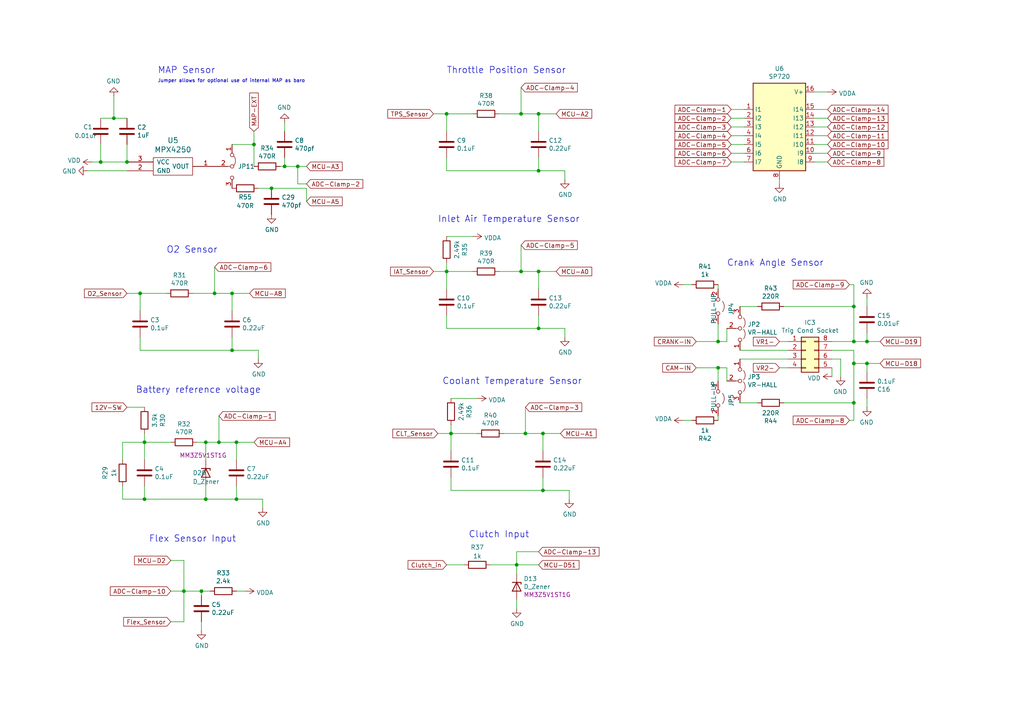
<source format=kicad_sch>
(kicad_sch (version 20210621) (generator eeschema)
  (paper "A4")
  (lib_symbols
    (symbol "Connector_Generic:Conn_02x04_Counter_Clockwise" (pin_names (offset 1.016) hide)
      (property "Reference" "J" (at 1.27 5.08 0))
      (property "Value" "Conn_02x04_Counter_Clockwise" (at 1.27 -7.62 0))
      (symbol "Conn_02x04_Counter_Clockwise_1_1"
        (rectangle (start -1.27 -4.953) (end 0 -5.207) (stroke (width 0.1524)))
        (rectangle (start -1.27 -2.413) (end 0 -2.667) (stroke (width 0.1524)))
        (rectangle (start -1.27 0.127) (end 0 -0.127) (stroke (width 0.1524)))
        (rectangle (start -1.27 2.667) (end 0 2.413) (stroke (width 0.1524)))
        (rectangle (start -1.27 3.81) (end 3.81 -6.35) (stroke (width 0.254)) (fill (type background)))
        (rectangle (start 3.81 -4.953) (end 2.54 -5.207) (stroke (width 0.1524)))
        (rectangle (start 3.81 -2.413) (end 2.54 -2.667) (stroke (width 0.1524)))
        (rectangle (start 3.81 0.127) (end 2.54 -0.127) (stroke (width 0.1524)))
        (rectangle (start 3.81 2.667) (end 2.54 2.413) (stroke (width 0.1524)))
        (pin passive line (at -5.08 2.54 0) (length 3.81) (name "Pin_1") (number "1"))
        (pin passive line (at -5.08 0 0) (length 3.81) (name "Pin_2") (number "2"))
        (pin passive line (at -5.08 -2.54 0) (length 3.81) (name "Pin_3") (number "3"))
        (pin passive line (at -5.08 -5.08 0) (length 3.81) (name "Pin_4") (number "4"))
        (pin passive line (at 7.62 -5.08 180) (length 3.81) (name "Pin_5") (number "5"))
        (pin passive line (at 7.62 -2.54 180) (length 3.81) (name "Pin_6") (number "6"))
        (pin passive line (at 7.62 0 180) (length 3.81) (name "Pin_7") (number "7"))
        (pin passive line (at 7.62 2.54 180) (length 3.81) (name "Pin_8") (number "8"))
      )
    )
    (symbol "Device:C" (pin_numbers hide) (pin_names (offset 0.254))
      (property "Reference" "C" (at 0.635 2.54 0))
      (property "Value" "C" (at 0.635 -2.54 0))
      (symbol "C_0_1"
        (polyline (pts (xy -2.032 -0.762) (xy 2.032 -0.762)) (stroke (width 0.508)))
        (polyline (pts (xy -2.032 0.762) (xy 2.032 0.762)) (stroke (width 0.508)))
      )
      (symbol "C_1_1"
        (pin passive line (at 0 3.81 270) (length 2.794) (name "~") (number "1"))
        (pin passive line (at 0 -3.81 90) (length 2.794) (name "~") (number "2"))
      )
    )
    (symbol "Device:D_Zener" (pin_numbers hide) (pin_names (offset 1.016) hide)
      (property "Reference" "D" (at 0 2.54 0))
      (property "Value" "D_Zener" (at 0 -2.54 0))
      (symbol "D_Zener_0_1"
        (polyline (pts (xy 1.27 0) (xy -1.27 0)))
        (polyline (pts (xy -1.27 -1.27) (xy -1.27 1.27) (xy -0.762 1.27)) (stroke (width 0.254)))
        (polyline (pts (xy 1.27 -1.27) (xy 1.27 1.27) (xy -1.27 0) (xy 1.27 -1.27)) (stroke (width 0.254)))
      )
      (symbol "D_Zener_1_1"
        (pin passive line (at -3.81 0 0) (length 2.54) (name "K") (number "1"))
        (pin passive line (at 3.81 0 180) (length 2.54) (name "A") (number "2"))
      )
    )
    (symbol "Device:R" (pin_numbers hide) (pin_names (offset 0))
      (property "Reference" "R" (at 2.032 0 90))
      (property "Value" "R" (at 0 0 90))
      (symbol "R_0_1"
        (rectangle (start -1.016 -2.54) (end 1.016 2.54) (stroke (width 0.254)))
      )
      (symbol "R_1_1"
        (pin passive line (at 0 3.81 270) (length 1.27) (name "~") (number "1"))
        (pin passive line (at 0 -3.81 90) (length 1.27) (name "~") (number "2"))
      )
    )
    (symbol "IC_Automotive:SP720"
      (property "Reference" "U" (at 0 15.875 0))
      (property "Value" "IC_Automotive_SP720" (at 0 13.97 0))
      (symbol "SP720_0_1"
        (rectangle (start -7.62 -12.7) (end 7.62 12.7) (stroke (width 0.254)) (fill (type background)))
      )
      (symbol "SP720_1_1"
        (pin input line (at -10.16 5.08 0) (length 2.54) (name "I1") (number "1"))
        (pin input line (at 10.16 -7.62 180) (length 2.54) (name "I9") (number "10"))
        (pin input line (at 10.16 -5.08 180) (length 2.54) (name "I10") (number "11"))
        (pin input line (at 10.16 -2.54 180) (length 2.54) (name "I11") (number "12"))
        (pin input line (at 10.16 0 180) (length 2.54) (name "I12") (number "13"))
        (pin open_collector line (at 10.16 2.54 180) (length 2.54) (name "I13") (number "14"))
        (pin input line (at 10.16 5.08 180) (length 2.54) (name "I14") (number "15"))
        (pin power_in line (at 10.16 10.16 180) (length 2.54) (name "V+") (number "16"))
        (pin input line (at -10.16 2.54 0) (length 2.54) (name "I2") (number "2"))
        (pin input line (at -10.16 0 0) (length 2.54) (name "I3") (number "3"))
        (pin input line (at -10.16 -2.54 0) (length 2.54) (name "I4") (number "4"))
        (pin input line (at -10.16 -5.08 0) (length 2.54) (name "I5") (number "5"))
        (pin input line (at -10.16 -7.62 0) (length 2.54) (name "I6") (number "6"))
        (pin input line (at -10.16 -10.16 0) (length 2.54) (name "I7") (number "7"))
        (pin power_in line (at 0 -15.24 90) (length 2.54) (name "GND") (number "8"))
        (pin input line (at 10.16 -10.16 180) (length 2.54) (name "I8") (number "9"))
      )
    )
    (symbol "Jumper:Jumper_2_Open" (pin_names (offset 0) hide)
      (property "Reference" "JP" (at 0 2.794 0))
      (property "Value" "Jumper_2_Open" (at 0 -2.286 0))
      (symbol "Jumper_2_Open_0_0"
        (circle (center -2.032 0) (radius 0.508))
        (circle (center 2.032 0) (radius 0.508))
      )
      (symbol "Jumper_2_Open_0_1"
        (arc (start 1.524 1.27) (mid 0 1.778) (end -1.524 1.27))
      )
      (symbol "Jumper_2_Open_1_1"
        (pin passive line (at -5.08 0 0) (length 2.54) (name "A") (number "1"))
        (pin passive line (at 5.08 0 180) (length 2.54) (name "B") (number "2"))
      )
    )
    (symbol "Jumper:Jumper_3_Bridged12" (pin_names (offset 0) hide)
      (property "Reference" "JP" (at -2.54 -2.54 0))
      (property "Value" "Jumper_3_Bridged12" (at 0 2.794 0))
      (symbol "Jumper_3_Bridged12_0_0"
        (circle (center -3.302 0) (radius 0.508))
        (circle (center 0 0) (radius 0.508))
        (circle (center 3.302 0) (radius 0.508))
      )
      (symbol "Jumper_3_Bridged12_0_1"
        (arc (start -0.254 0.508) (mid -1.651 0.9912) (end -3.048 0.508))
        (polyline (pts (xy 0 -1.27) (xy 0 -0.508)))
      )
      (symbol "Jumper_3_Bridged12_1_1"
        (pin passive line (at -6.35 0 0) (length 2.54) (name "A") (number "1"))
        (pin input line (at 0 -3.81 90) (length 2.54) (name "C") (number "2"))
        (pin passive line (at 6.35 0 180) (length 2.54) (name "B") (number "3"))
      )
    )
    (symbol "Jumper:Jumper_3_Open" (pin_names (offset 0) hide)
      (property "Reference" "JP" (at -2.54 -2.54 0))
      (property "Value" "Jumper_3_Open" (at 0 2.794 0))
      (symbol "Jumper_3_Open_0_0"
        (circle (center -3.302 0) (radius 0.508))
        (circle (center 0 0) (radius 0.508))
        (circle (center 3.302 0) (radius 0.508))
      )
      (symbol "Jumper_3_Open_0_1"
        (arc (start -0.254 1.016) (mid -1.651 1.4992) (end -3.048 1.016))
        (polyline (pts (xy 0 -0.508) (xy 0 -1.27)))
        (arc (start 3.048 1.016) (mid 1.651 1.4992) (end 0.254 1.016))
      )
      (symbol "Jumper_3_Open_1_1"
        (pin passive line (at -6.35 0 0) (length 2.54) (name "A") (number "1"))
        (pin input line (at 0 -3.81 90) (length 2.54) (name "C") (number "2"))
        (pin passive line (at 6.35 0 180) (length 2.54) (name "B") (number "3"))
      )
    )
    (symbol "Misc:MPX4250" (pin_names (offset 1.016))
      (property "Reference" "U" (at 3.81 -3.81 0))
      (property "Value" "Misc_MPX4250" (at -1.27 3.81 0))
      (symbol "MPX4250_0_1"
        (rectangle (start -6.35 2.54) (end 5.08 -2.54))
      )
      (symbol "MPX4250_1_1"
        (pin output line (at 12.7 0 180) (length 7.62) (name "VOUT") (number "1"))
        (pin power_in line (at -13.97 -1.27 0) (length 7.62) (name "GND") (number "2"))
        (pin power_in line (at -13.97 1.27 0) (length 7.62) (name "VCC") (number "3"))
      )
    )
    (symbol "power:GND" (power) (pin_names (offset 0))
      (property "Value" "GND" (at 0 -3.81 0))
      (symbol "GND_0_1"
        (polyline (pts (xy 0 0) (xy 0 -1.27) (xy 1.27 -1.27) (xy 0 -2.54) (xy -1.27 -1.27) (xy 0 -1.27)))
      )
      (symbol "GND_1_1"
        (pin power_in line (at 0 0 270) (length 0) hide (name "GND") (number "1"))
      )
    )
    (symbol "power:VDD" (power) (pin_names (offset 0))
      (property "Value" "VDD" (at 0 3.81 0))
      (symbol "VDD_0_1"
        (polyline (pts (xy -0.762 1.27) (xy 0 2.54)))
        (polyline (pts (xy 0 0) (xy 0 2.54)))
        (polyline (pts (xy 0 2.54) (xy 0.762 1.27)))
      )
      (symbol "VDD_1_1"
        (pin power_in line (at 0 0 90) (length 0) hide (name "VDD") (number "1"))
      )
    )
    (symbol "power:VDDA" (power) (pin_names (offset 0))
      (property "Value" "VDDA" (at 0 3.81 0))
      (symbol "VDDA_0_1"
        (polyline (pts (xy -0.762 1.27) (xy 0 2.54)))
        (polyline (pts (xy 0 0) (xy 0 2.54)))
        (polyline (pts (xy 0 2.54) (xy 0.762 1.27)))
      )
      (symbol "VDDA_1_1"
        (pin power_in line (at 0 0 90) (length 0) hide (name "VDDA") (number "1"))
      )
    )
  )
  (junction (at 36.83 46.99))
  (junction (at 152.4 125.73))
  (junction (at 156.21 49.53))
  (junction (at 40.64 85.09))
  (junction (at 149.86 163.83))
  (junction (at 58.42 171.45))
  (junction (at 53.34 171.45))
  (junction (at 247.65 88.9))
  (junction (at 33.02 34.29))
  (junction (at 59.69 144.78))
  (junction (at 157.48 125.73))
  (junction (at 156.21 95.25))
  (junction (at 82.55 48.26))
  (junction (at 251.46 99.06))
  (junction (at 62.23 85.09))
  (junction (at 247.65 105.41))
  (junction (at 86.36 48.26))
  (junction (at 78.74 54.61))
  (junction (at 129.54 33.02))
  (junction (at 130.81 125.73))
  (junction (at 157.48 142.24))
  (junction (at 41.91 128.27))
  (junction (at 41.91 144.78))
  (junction (at 68.58 128.27))
  (junction (at 251.46 105.41))
  (junction (at 59.69 128.27))
  (junction (at 29.21 46.99))
  (junction (at 208.28 106.68))
  (junction (at 156.21 33.02))
  (junction (at 68.58 144.78))
  (junction (at 129.54 78.74))
  (junction (at 156.21 78.74))
  (junction (at 151.13 33.02))
  (junction (at 67.31 85.09))
  (junction (at 67.31 101.6))
  (junction (at 247.65 99.06))
  (junction (at 208.28 99.06))
  (junction (at 63.5 128.27))
  (junction (at 73.66 41.91))
  (junction (at 247.65 116.84))
  (junction (at 151.13 78.74))
  (wire (pts (xy 215.9 34.29) (xy 212.09 34.29)))
  (wire (pts (xy 62.23 77.47) (xy 62.23 85.09)))
  (wire (pts (xy 215.9 44.45) (xy 212.09 44.45)))
  (wire (pts (xy 156.21 78.74) (xy 156.21 83.82)))
  (wire (pts (xy 236.22 44.45) (xy 240.03 44.45)))
  (wire (pts (xy 125.73 33.02) (xy 129.54 33.02)))
  (wire (pts (xy 247.65 105.41) (xy 247.65 101.6)))
  (wire (pts (xy 227.33 88.9) (xy 247.65 88.9)))
  (wire (pts (xy 149.86 160.02) (xy 149.86 163.83)))
  (wire (pts (xy 149.86 176.53) (xy 149.86 173.99)))
  (wire (pts (xy 227.33 116.84) (xy 247.65 116.84)))
  (wire (pts (xy 247.65 82.55) (xy 247.65 88.9)))
  (wire (pts (xy 130.81 130.81) (xy 130.81 125.73)))
  (wire (pts (xy 161.29 78.74) (xy 156.21 78.74)))
  (wire (pts (xy 157.48 142.24) (xy 165.1 142.24)))
  (wire (pts (xy 212.09 31.75) (xy 215.9 31.75)))
  (wire (pts (xy 127 125.73) (xy 130.81 125.73)))
  (wire (pts (xy 243.84 104.14) (xy 243.84 109.22)))
  (wire (pts (xy 151.13 33.02) (xy 156.21 33.02)))
  (wire (pts (xy 73.66 41.91) (xy 73.66 48.26)))
  (wire (pts (xy 73.66 128.27) (xy 68.58 128.27)))
  (wire (pts (xy 240.03 46.99) (xy 236.22 46.99)))
  (wire (pts (xy 49.53 162.56) (xy 53.34 162.56)))
  (wire (pts (xy 247.65 105.41) (xy 251.46 105.41)))
  (wire (pts (xy 76.2 144.78) (xy 76.2 147.32)))
  (wire (pts (xy 129.54 49.53) (xy 156.21 49.53)))
  (wire (pts (xy 129.54 33.02) (xy 137.16 33.02)))
  (wire (pts (xy 226.06 106.68) (xy 228.6 106.68)))
  (wire (pts (xy 208.28 93.98) (xy 208.28 99.06)))
  (wire (pts (xy 129.54 38.1) (xy 129.54 33.02)))
  (wire (pts (xy 240.03 31.75) (xy 236.22 31.75)))
  (wire (pts (xy 40.64 97.79) (xy 40.64 101.6)))
  (wire (pts (xy 241.3 99.06) (xy 247.65 99.06)))
  (wire (pts (xy 35.56 140.97) (xy 35.56 144.78)))
  (wire (pts (xy 251.46 99.06) (xy 251.46 96.52)))
  (wire (pts (xy 36.83 46.99) (xy 36.83 41.91)))
  (wire (pts (xy 68.58 128.27) (xy 68.58 133.35)))
  (wire (pts (xy 53.34 180.34) (xy 53.34 171.45)))
  (wire (pts (xy 149.86 166.37) (xy 149.86 163.83)))
  (wire (pts (xy 73.66 38.1) (xy 73.66 41.91)))
  (wire (pts (xy 247.65 116.84) (xy 247.65 105.41)))
  (wire (pts (xy 198.12 82.55) (xy 200.66 82.55)))
  (wire (pts (xy 226.06 99.06) (xy 228.6 99.06)))
  (wire (pts (xy 26.67 46.99) (xy 29.21 46.99)))
  (wire (pts (xy 156.21 160.02) (xy 149.86 160.02)))
  (wire (pts (xy 41.91 128.27) (xy 49.53 128.27)))
  (wire (pts (xy 58.42 182.88) (xy 58.42 180.34)))
  (wire (pts (xy 63.5 120.65) (xy 63.5 128.27)))
  (wire (pts (xy 58.42 172.72) (xy 58.42 171.45)))
  (wire (pts (xy 67.31 41.91) (xy 73.66 41.91)))
  (wire (pts (xy 251.46 118.11) (xy 251.46 115.57)))
  (wire (pts (xy 67.31 85.09) (xy 67.31 90.17)))
  (wire (pts (xy 255.27 99.06) (xy 251.46 99.06)))
  (wire (pts (xy 137.16 68.58) (xy 129.54 68.58)))
  (wire (pts (xy 86.36 53.34) (xy 86.36 48.26)))
  (wire (pts (xy 151.13 25.4) (xy 151.13 33.02)))
  (wire (pts (xy 241.3 104.14) (xy 243.84 104.14)))
  (wire (pts (xy 201.93 106.68) (xy 208.28 106.68)))
  (wire (pts (xy 208.28 106.68) (xy 210.82 106.68)))
  (wire (pts (xy 208.28 82.55) (xy 208.28 83.82)))
  (wire (pts (xy 214.63 88.9) (xy 219.71 88.9)))
  (wire (pts (xy 212.09 36.83) (xy 215.9 36.83)))
  (wire (pts (xy 68.58 140.97) (xy 68.58 144.78)))
  (wire (pts (xy 59.69 144.78) (xy 68.58 144.78)))
  (wire (pts (xy 246.38 82.55) (xy 247.65 82.55)))
  (wire (pts (xy 130.81 125.73) (xy 138.43 125.73)))
  (wire (pts (xy 59.69 140.97) (xy 59.69 144.78)))
  (wire (pts (xy 59.69 133.35) (xy 59.69 128.27)))
  (wire (pts (xy 208.28 110.49) (xy 208.28 106.68)))
  (wire (pts (xy 129.54 95.25) (xy 156.21 95.25)))
  (wire (pts (xy 240.03 36.83) (xy 236.22 36.83)))
  (wire (pts (xy 156.21 49.53) (xy 163.83 49.53)))
  (wire (pts (xy 201.93 99.06) (xy 208.28 99.06)))
  (wire (pts (xy 240.03 41.91) (xy 236.22 41.91)))
  (wire (pts (xy 156.21 91.44) (xy 156.21 95.25)))
  (wire (pts (xy 129.54 45.72) (xy 129.54 49.53)))
  (wire (pts (xy 156.21 33.02) (xy 156.21 38.1)))
  (wire (pts (xy 35.56 133.35) (xy 35.56 128.27)))
  (wire (pts (xy 62.23 85.09) (xy 67.31 85.09)))
  (wire (pts (xy 214.63 101.6) (xy 228.6 101.6)))
  (wire (pts (xy 130.81 123.19) (xy 130.81 125.73)))
  (wire (pts (xy 247.65 121.92) (xy 247.65 116.84)))
  (wire (pts (xy 59.69 128.27) (xy 63.5 128.27)))
  (wire (pts (xy 58.42 171.45) (xy 53.34 171.45)))
  (wire (pts (xy 162.56 125.73) (xy 157.48 125.73)))
  (wire (pts (xy 82.55 48.26) (xy 86.36 48.26)))
  (wire (pts (xy 152.4 125.73) (xy 157.48 125.73)))
  (wire (pts (xy 163.83 49.53) (xy 163.83 52.07)))
  (wire (pts (xy 40.64 85.09) (xy 48.26 85.09)))
  (wire (pts (xy 82.55 48.26) (xy 82.55 45.72)))
  (wire (pts (xy 226.06 53.34) (xy 226.06 52.07)))
  (wire (pts (xy 151.13 78.74) (xy 156.21 78.74)))
  (wire (pts (xy 88.9 53.34) (xy 86.36 53.34)))
  (wire (pts (xy 41.91 125.73) (xy 41.91 128.27)))
  (wire (pts (xy 129.54 78.74) (xy 137.16 78.74)))
  (wire (pts (xy 149.86 163.83) (xy 156.21 163.83)))
  (wire (pts (xy 41.91 144.78) (xy 59.69 144.78)))
  (wire (pts (xy 156.21 45.72) (xy 156.21 49.53)))
  (wire (pts (xy 240.03 26.67) (xy 236.22 26.67)))
  (wire (pts (xy 29.21 34.29) (xy 33.02 34.29)))
  (wire (pts (xy 210.82 106.68) (xy 210.82 110.49)))
  (wire (pts (xy 25.4 49.53) (xy 36.83 49.53)))
  (wire (pts (xy 251.46 105.41) (xy 251.46 107.95)))
  (wire (pts (xy 219.71 116.84) (xy 214.63 116.84)))
  (wire (pts (xy 40.64 90.17) (xy 40.64 85.09)))
  (wire (pts (xy 60.96 171.45) (xy 58.42 171.45)))
  (wire (pts (xy 198.12 121.92) (xy 200.66 121.92)))
  (wire (pts (xy 130.81 138.43) (xy 130.81 142.24)))
  (wire (pts (xy 36.83 85.09) (xy 40.64 85.09)))
  (wire (pts (xy 157.48 125.73) (xy 157.48 130.81)))
  (wire (pts (xy 247.65 88.9) (xy 247.65 99.06)))
  (wire (pts (xy 74.93 54.61) (xy 78.74 54.61)))
  (wire (pts (xy 144.78 78.74) (xy 151.13 78.74)))
  (wire (pts (xy 29.21 46.99) (xy 29.21 41.91)))
  (wire (pts (xy 29.21 46.99) (xy 36.83 46.99)))
  (wire (pts (xy 68.58 144.78) (xy 76.2 144.78)))
  (wire (pts (xy 35.56 128.27) (xy 41.91 128.27)))
  (wire (pts (xy 152.4 118.11) (xy 152.4 125.73)))
  (wire (pts (xy 215.9 39.37) (xy 212.09 39.37)))
  (wire (pts (xy 146.05 125.73) (xy 152.4 125.73)))
  (wire (pts (xy 247.65 101.6) (xy 241.3 101.6)))
  (wire (pts (xy 144.78 33.02) (xy 151.13 33.02)))
  (wire (pts (xy 81.28 48.26) (xy 82.55 48.26)))
  (wire (pts (xy 165.1 142.24) (xy 165.1 144.78)))
  (wire (pts (xy 125.73 78.74) (xy 129.54 78.74)))
  (wire (pts (xy 74.93 101.6) (xy 74.93 104.14)))
  (wire (pts (xy 40.64 101.6) (xy 67.31 101.6)))
  (wire (pts (xy 212.09 46.99) (xy 215.9 46.99)))
  (wire (pts (xy 55.88 85.09) (xy 62.23 85.09)))
  (wire (pts (xy 236.22 34.29) (xy 240.03 34.29)))
  (wire (pts (xy 41.91 133.35) (xy 41.91 128.27)))
  (wire (pts (xy 129.54 76.2) (xy 129.54 78.74)))
  (wire (pts (xy 251.46 86.36) (xy 251.46 88.9)))
  (wire (pts (xy 33.02 34.29) (xy 36.83 34.29)))
  (wire (pts (xy 156.21 95.25) (xy 163.83 95.25)))
  (wire (pts (xy 33.02 34.29) (xy 33.02 27.94)))
  (wire (pts (xy 142.24 163.83) (xy 149.86 163.83)))
  (wire (pts (xy 151.13 71.12) (xy 151.13 78.74)))
  (wire (pts (xy 129.54 163.83) (xy 134.62 163.83)))
  (wire (pts (xy 82.55 38.1) (xy 82.55 35.56)))
  (wire (pts (xy 157.48 138.43) (xy 157.48 142.24)))
  (wire (pts (xy 236.22 39.37) (xy 240.03 39.37)))
  (wire (pts (xy 67.31 101.6) (xy 74.93 101.6)))
  (wire (pts (xy 210.82 99.06) (xy 210.82 95.25)))
  (wire (pts (xy 53.34 171.45) (xy 49.53 171.45)))
  (wire (pts (xy 163.83 95.25) (xy 163.83 97.79)))
  (wire (pts (xy 41.91 140.97) (xy 41.91 144.78)))
  (wire (pts (xy 129.54 91.44) (xy 129.54 95.25)))
  (wire (pts (xy 247.65 99.06) (xy 251.46 99.06)))
  (wire (pts (xy 255.27 105.41) (xy 251.46 105.41)))
  (wire (pts (xy 130.81 142.24) (xy 157.48 142.24)))
  (wire (pts (xy 129.54 83.82) (xy 129.54 78.74)))
  (wire (pts (xy 241.3 106.68) (xy 241.3 109.22)))
  (wire (pts (xy 53.34 162.56) (xy 53.34 171.45)))
  (wire (pts (xy 212.09 41.91) (xy 215.9 41.91)))
  (wire (pts (xy 36.83 118.11) (xy 41.91 118.11)))
  (wire (pts (xy 49.53 180.34) (xy 53.34 180.34)))
  (wire (pts (xy 246.38 121.92) (xy 247.65 121.92)))
  (wire (pts (xy 57.15 128.27) (xy 59.69 128.27)))
  (wire (pts (xy 88.9 54.61) (xy 78.74 54.61)))
  (wire (pts (xy 208.28 120.65) (xy 208.28 121.92)))
  (wire (pts (xy 86.36 48.26) (xy 88.9 48.26)))
  (wire (pts (xy 35.56 144.78) (xy 41.91 144.78)))
  (wire (pts (xy 63.5 128.27) (xy 68.58 128.27)))
  (wire (pts (xy 214.63 104.14) (xy 228.6 104.14)))
  (wire (pts (xy 67.31 97.79) (xy 67.31 101.6)))
  (wire (pts (xy 208.28 99.06) (xy 210.82 99.06)))
  (wire (pts (xy 88.9 58.42) (xy 88.9 54.61)))
  (wire (pts (xy 161.29 33.02) (xy 156.21 33.02)))
  (wire (pts (xy 72.39 85.09) (xy 67.31 85.09)))
  (wire (pts (xy 138.43 115.57) (xy 130.81 115.57)))
  (wire (pts (xy 68.58 171.45) (xy 71.12 171.45)))
  (text "Flex Sensor Input" (at 43.18 157.48 0) (effects (font (size 1.8796 1.8796)) (justify left bottom)))
  (text "Coolant Temperature Sensor" (at 128.27 111.76 0) (effects (font (size 1.8796 1.8796)) (justify left bottom)))
  (text "Battery reference voltage" (at 39.37 114.3 0) (effects (font (size 1.8796 1.8796)) (justify left bottom)))
  (text "Jumper allows for optional use of internal MAP as baro" (at 45.72 24.13 0) (effects (font (size 0.9906 0.9906)) (justify left bottom)))
  (text "Crank Angle Sensor" (at 210.82 77.47 0) (effects (font (size 1.8796 1.8796)) (justify left bottom)))
  (text "MAP Sensor" (at 45.72 21.59 0) (effects (font (size 1.8796 1.8796)) (justify left bottom)))
  (text "Clutch Input" (at 135.89 156.21 0) (effects (font (size 1.8796 1.8796)) (justify left bottom)))
  (text "Throttle Position Sensor" (at 129.54 21.59 0) (effects (font (size 1.8796 1.8796)) (justify left bottom)))
  (text "O2 Sensor" (at 48.26 73.66 0) (effects (font (size 1.8796 1.8796)) (justify left bottom)))
  (text "Inlet Air Temperature Sensor" (at 127 64.77 0) (effects (font (size 1.8796 1.8796)) (justify left bottom)))
  (global_label "MCU-D51" (shape input) (at 156.21 163.83 0) (property "Intersheet References" "${INTERSHEET_REFS}" (effects hide)))
  (global_label "ADC-Clamp-1" (shape input) (at 63.5 120.65 0) (property "Intersheet References" "${INTERSHEET_REFS}" (effects hide)))
  (global_label "ADC-Clamp-7" (shape input) (at 212.09 46.99 180) (property "Intersheet References" "${INTERSHEET_REFS}" (effects hide)))
  (global_label "ADC-Clamp-12" (shape input) (at 240.03 36.83 0) (property "Intersheet References" "${INTERSHEET_REFS}" (effects hide)))
  (global_label "ADC-Clamp-3" (shape input) (at 152.4 118.11 0) (property "Intersheet References" "${INTERSHEET_REFS}" (effects hide)))
  (global_label "ADC-Clamp-4" (shape input) (at 151.13 25.4 0) (property "Intersheet References" "${INTERSHEET_REFS}" (effects hide)))
  (global_label "ADC-Clamp-9" (shape input) (at 246.38 82.55 180) (property "Intersheet References" "${INTERSHEET_REFS}" (effects hide)))
  (global_label "MCU-A0" (shape input) (at 161.29 78.74 0) (property "Intersheet References" "${INTERSHEET_REFS}" (effects hide)))
  (global_label "ADC-Clamp-3" (shape input) (at 212.09 36.83 180) (property "Intersheet References" "${INTERSHEET_REFS}" (effects hide)))
  (global_label "MCU-D2" (shape input) (at 49.53 162.56 180) (property "Intersheet References" "${INTERSHEET_REFS}" (effects hide)))
  (global_label "12V-SW" (shape input) (at 36.83 118.11 180) (property "Intersheet References" "${INTERSHEET_REFS}" (effects hide)))
  (global_label "ADC-Clamp-10" (shape input) (at 49.53 171.45 180) (property "Intersheet References" "${INTERSHEET_REFS}" (effects hide)))
  (global_label "ADC-Clamp-13" (shape input) (at 240.03 34.29 0) (property "Intersheet References" "${INTERSHEET_REFS}" (effects hide)))
  (global_label "MCU-A3" (shape input) (at 88.9 48.26 0) (property "Intersheet References" "${INTERSHEET_REFS}" (effects hide)))
  (global_label "ADC-Clamp-11" (shape input) (at 240.03 39.37 0) (property "Intersheet References" "${INTERSHEET_REFS}" (effects hide)))
  (global_label "ADC-Clamp-4" (shape input) (at 212.09 39.37 180) (property "Intersheet References" "${INTERSHEET_REFS}" (effects hide)))
  (global_label "CAM-IN" (shape input) (at 201.93 106.68 180) (property "Intersheet References" "${INTERSHEET_REFS}" (effects hide)))
  (global_label "ADC-Clamp-8" (shape input) (at 240.03 46.99 0) (property "Intersheet References" "${INTERSHEET_REFS}" (effects hide)))
  (global_label "Flex_Sensor" (shape input) (at 49.53 180.34 180) (property "Intersheet References" "${INTERSHEET_REFS}" (effects hide)))
  (global_label "ADC-Clamp-2" (shape input) (at 212.09 34.29 180) (property "Intersheet References" "${INTERSHEET_REFS}" (effects hide)))
  (global_label "ADC-Clamp-1" (shape input) (at 212.09 31.75 180) (property "Intersheet References" "${INTERSHEET_REFS}" (effects hide)))
  (global_label "MCU-D18" (shape input) (at 255.27 105.41 0) (property "Intersheet References" "${INTERSHEET_REFS}" (effects hide)))
  (global_label "ADC-Clamp-10" (shape input) (at 240.03 41.91 0) (property "Intersheet References" "${INTERSHEET_REFS}" (effects hide)))
  (global_label "ADC-Clamp-5" (shape input) (at 212.09 41.91 180) (property "Intersheet References" "${INTERSHEET_REFS}" (effects hide)))
  (global_label "TPS_Sensor" (shape input) (at 125.73 33.02 180) (property "Intersheet References" "${INTERSHEET_REFS}" (effects hide)))
  (global_label "MAP-EXT" (shape input) (at 73.66 38.1 90) (property "Intersheet References" "${INTERSHEET_REFS}" (effects hide)))
  (global_label "ADC-Clamp-14" (shape input) (at 240.03 31.75 0) (property "Intersheet References" "${INTERSHEET_REFS}" (effects hide)))
  (global_label "ADC-Clamp-13" (shape input) (at 156.21 160.02 0) (property "Intersheet References" "${INTERSHEET_REFS}" (effects hide)))
  (global_label "Clutch_in" (shape input) (at 129.54 163.83 180) (property "Intersheet References" "${INTERSHEET_REFS}" (effects hide)))
  (global_label "O2_Sensor" (shape input) (at 36.83 85.09 180) (property "Intersheet References" "${INTERSHEET_REFS}" (effects hide)))
  (global_label "IAT_Sensor" (shape input) (at 125.73 78.74 180) (property "Intersheet References" "${INTERSHEET_REFS}" (effects hide)))
  (global_label "ADC-Clamp-6" (shape input) (at 212.09 44.45 180) (property "Intersheet References" "${INTERSHEET_REFS}" (effects hide)))
  (global_label "CRANK-IN" (shape input) (at 201.93 99.06 180) (property "Intersheet References" "${INTERSHEET_REFS}" (effects hide)))
  (global_label "ADC-Clamp-8" (shape input) (at 246.38 121.92 180) (property "Intersheet References" "${INTERSHEET_REFS}" (effects hide)))
  (global_label "MCU-A5" (shape input) (at 88.9 58.42 0) (property "Intersheet References" "${INTERSHEET_REFS}" (effects hide)))
  (global_label "ADC-Clamp-2" (shape input) (at 88.9 53.34 0) (property "Intersheet References" "${INTERSHEET_REFS}" (effects hide)))
  (global_label "VR1-" (shape input) (at 226.06 99.06 180) (property "Intersheet References" "${INTERSHEET_REFS}" (effects hide)))
  (global_label "MCU-A2" (shape input) (at 161.29 33.02 0) (property "Intersheet References" "${INTERSHEET_REFS}" (effects hide)))
  (global_label "ADC-Clamp-6" (shape input) (at 62.23 77.47 0) (property "Intersheet References" "${INTERSHEET_REFS}" (effects hide)))
  (global_label "VR2-" (shape input) (at 226.06 106.68 180) (property "Intersheet References" "${INTERSHEET_REFS}" (effects hide)))
  (global_label "MCU-A1" (shape input) (at 162.56 125.73 0) (property "Intersheet References" "${INTERSHEET_REFS}" (effects hide)))
  (global_label "CLT_Sensor" (shape input) (at 127 125.73 180) (property "Intersheet References" "${INTERSHEET_REFS}" (effects hide)))
  (global_label "MCU-A8" (shape input) (at 72.39 85.09 0) (property "Intersheet References" "${INTERSHEET_REFS}" (effects hide)))
  (global_label "ADC-Clamp-9" (shape input) (at 240.03 44.45 0) (property "Intersheet References" "${INTERSHEET_REFS}" (effects hide)))
  (global_label "MCU-A4" (shape input) (at 73.66 128.27 0) (property "Intersheet References" "${INTERSHEET_REFS}" (effects hide)))
  (global_label "ADC-Clamp-5" (shape input) (at 151.13 71.12 0) (property "Intersheet References" "${INTERSHEET_REFS}" (effects hide)))
  (global_label "MCU-D19" (shape input) (at 255.27 99.06 0) (property "Intersheet References" "${INTERSHEET_REFS}" (effects hide)))
  (symbol (lib_id "Misc:MPX4250") (at 50.8 48.26 0)
    (property "Reference" "U5" (at 50.165 40.7162 0) (effects (font (size 1.524 1.524))))
    (property "Value" "MPX4250" (at 50.165 43.4086 0) (effects (font (size 1.524 1.524))))
    (property "Footprint" "Misc:MPX4250" (effects hide))
    (property "Digikey Part Number" "MPX4250AP-ND" (effects hide))
    (property "Manufacturer_Name" "NXP" (effects hide))
    (property "Manufacturer_Part_Number" "MPX4250AP" (effects hide))
    (property "URL" "https://www.digikey.com.au/product-detail/en/nxp-usa-inc/MPX4250AP/MPX4250AP-ND/464053" (effects hide))
  )
  (symbol (lib_id "power:GND") (at 25.4 49.53 270) (unit 1)
    (property "Reference" "#PWR023" (effects hide))
    (property "Value" "GND" (at 22.1488 49.657 90) (effects (justify right)))
  )
  (symbol (lib_id "power:GND") (at 82.55 35.56 180) (unit 1)
    (property "Reference" "#PWR029" (effects hide))
    (property "Value" "GND" (at 82.423 31.1658 0))
  )
  (symbol (lib_id "Device:C") (at 82.55 41.91 0) (unit 1)
    (property "Reference" "C8" (at 85.471 40.7416 0) (effects (justify left)))
    (property "Value" "470pf" (at 85.471 43.053 0) (effects (justify left)))
    (property "Footprint" "Capacitor_SMD:C_0805_2012Metric" (effects hide))
    (property "Digikey Part Number" "311-1124-1-ND" (effects hide))
    (property "Manufacturer_Name" "Yageo" (effects hide))
    (property "Manufacturer_Part_Number" "CC0805KRX7R9BB471" (effects hide))
    (property "URL" "https://www.digikey.com/product-detail/en/yageo/CC0805KRX7R9BB471/311-1124-1-ND/303034" (effects hide))
  )
  (symbol (lib_id "Device:R") (at 77.47 48.26 270) (unit 1)
    (property "Reference" "R34" (at 77.47 43.0022 90))
    (property "Value" "470R" (at 77.47 45.3136 90))
    (property "Footprint" "Resistor_SMD:R_0805_2012Metric" (effects hide))
    (property "Manufacturer_Name" "Panasonic" (effects hide))
    (property "Manufacturer_Part_Number" "ERJ-6ENF4700V" (effects hide))
    (property "URL" "https://www.digikey.com/product-detail/en/panasonic-electronic-components/ERJ-6ENF4700V/P470CCT-ND/1746871" (effects hide))
    (property "Digikey Part Number" "P470CCT-ND" (effects hide))
  )
  (symbol (lib_id "Device:C") (at 29.21 38.1 0) (unit 1)
    (property "Reference" "C1" (at 24.13 36.83 0) (effects (justify left)))
    (property "Value" "0.01uF" (at 21.59 39.37 0) (effects (justify left)))
    (property "Footprint" "Capacitor_SMD:C_0805_2012Metric" (effects hide))
    (property "Digikey Part Number" "311-1136-1-ND" (effects hide))
    (property "Manufacturer_Name" "Yageo" (effects hide))
    (property "Manufacturer_Part_Number" "CC0805KRX7R9BB103" (effects hide))
    (property "URL" "https://www.digikey.com/product-detail/en/yageo/CC0805KRX7R9BB103/311-1136-1-ND/303046" (effects hide))
  )
  (symbol (lib_id "Device:C") (at 36.83 38.1 0) (unit 1)
    (property "Reference" "C2" (at 39.751 36.9316 0) (effects (justify left)))
    (property "Value" "1uF" (at 39.751 39.243 0) (effects (justify left)))
    (property "Footprint" "Capacitor_SMD:C_0805_2012Metric" (effects hide))
    (property "Digikey Part Number" "311-1365-1-ND" (effects hide))
    (property "Manufacturer_Name" "Yageo" (effects hide))
    (property "Manufacturer_Part_Number" "CC0805KKX7R7BB105" (effects hide))
    (property "URL" "https://www.digikey.com/product-detail/en/yageo/CC0805KKX7R7BB105/311-1365-1-ND/2103149" (effects hide))
  )
  (symbol (lib_id "power:GND") (at 33.02 27.94 180) (unit 1)
    (property "Reference" "#PWR025" (effects hide))
    (property "Value" "GND" (at 32.893 23.5458 0))
  )
  (symbol (lib_id "Device:R") (at 223.52 88.9 270) (unit 1)
    (property "Reference" "R43" (at 223.52 83.6422 90))
    (property "Value" "220R" (at 223.52 85.9536 90))
    (property "Footprint" "Resistor_SMD:R_0805_2012Metric" (effects hide))
    (property "Digikey Part Number" "311-220CRCT-ND" (effects hide))
    (property "Manufacturer_Name" "Yageo" (effects hide))
    (property "Manufacturer_Part_Number" "RC0805FR-07220RL" (effects hide))
    (property "URL" "https://www.digikey.com/product-detail/en/yageo/RC0805FR-07220RL/311-220CRCT-ND/730688" (effects hide))
  )
  (symbol (lib_id "Device:R") (at 204.47 82.55 270) (unit 1)
    (property "Reference" "R41" (at 204.47 77.2922 90))
    (property "Value" "1k" (at 204.47 79.6036 90))
    (property "Footprint" "Resistor_SMD:R_0805_2012Metric" (effects hide))
    (property "Digikey Part Number" "311-1.00KCRCT-ND" (effects hide))
    (property "Manufacturer_Name" "Yageo" (effects hide))
    (property "Manufacturer_Part_Number" "RC0805FR-071KL" (effects hide))
    (property "URL" "https://www.digikey.com/product-detail/en/yageo/RC0805FR-071KL/311-1.00KCRCT-ND/730391" (effects hide))
  )
  (symbol (lib_id "Device:C") (at 251.46 92.71 0) (unit 1)
    (property "Reference" "C15" (at 254.381 91.5416 0) (effects (justify left)))
    (property "Value" "0.01uF" (at 254.381 93.853 0) (effects (justify left)))
    (property "Footprint" "Capacitor_SMD:C_0805_2012Metric" (effects hide))
    (property "Digikey Part Number" "311-1136-1-ND" (effects hide))
    (property "Manufacturer_Name" "Yageo" (effects hide))
    (property "Manufacturer_Part_Number" "CC0805KRX7R9BB103" (effects hide))
    (property "URL" "https://www.digikey.com/product-detail/en/yageo/CC0805KRX7R9BB103/311-1136-1-ND/303046" (effects hide))
  )
  (symbol (lib_id "power:GND") (at 251.46 86.36 180) (unit 1)
    (property "Reference" "#PWR040" (effects hide))
    (property "Value" "GND" (at 251.333 81.9658 0))
  )
  (symbol (lib_id "Device:R") (at 223.52 116.84 270) (mirror x) (unit 1)
    (property "Reference" "R44" (at 223.52 122.0978 90))
    (property "Value" "220R" (at 223.52 119.7864 90))
    (property "Footprint" "Resistor_SMD:R_0805_2012Metric" (effects hide))
    (property "Digikey Part Number" "311-220CRCT-ND" (effects hide))
    (property "Manufacturer_Name" "Yageo" (effects hide))
    (property "Manufacturer_Part_Number" "RC0805FR-07220RL" (effects hide))
    (property "URL" "https://www.digikey.com/product-detail/en/yageo/RC0805FR-07220RL/311-220CRCT-ND/730688" (effects hide))
  )
  (symbol (lib_id "Device:R") (at 204.47 121.92 270) (mirror x) (unit 1)
    (property "Reference" "R42" (at 204.47 127.1778 90))
    (property "Value" "1k" (at 204.47 124.8664 90))
    (property "Footprint" "Resistor_SMD:R_0805_2012Metric" (effects hide))
    (property "Digikey Part Number" "311-1.00KCRCT-ND" (effects hide))
    (property "Manufacturer_Name" "Yageo" (effects hide))
    (property "Manufacturer_Part_Number" "RC0805FR-071KL" (effects hide))
    (property "URL" "https://www.digikey.com/product-detail/en/yageo/RC0805FR-071KL/311-1.00KCRCT-ND/730391" (effects hide))
  )
  (symbol (lib_id "Device:C") (at 251.46 111.76 0) (mirror x) (unit 1)
    (property "Reference" "C16" (at 254.381 112.9284 0) (effects (justify left)))
    (property "Value" "0.1uF" (at 254.381 110.617 0) (effects (justify left)))
    (property "Footprint" "Capacitor_SMD:C_0805_2012Metric" (effects hide))
    (property "Digikey Part Number" "311-1140-1-ND" (effects hide))
    (property "Manufacturer_Name" "Yageo" (effects hide))
    (property "Manufacturer_Part_Number" "CC0805KRX7R9BB104" (effects hide))
    (property "URL" "https://www.digikey.com.au/product-detail/en/yageo/CC0805KRX7R9BB104/311-1140-1-ND/303050" (effects hide))
  )
  (symbol (lib_id "power:GND") (at 251.46 118.11 0) (mirror y) (unit 1)
    (property "Reference" "#PWR041" (effects hide))
    (property "Value" "GND" (at 251.333 122.5042 0))
  )
  (symbol (lib_id "IC_Automotive:SP720") (at 226.06 36.83 0) (unit 1)
    (property "Reference" "U6" (at 226.06 19.8882 0))
    (property "Value" "SP720" (at 226.06 22.1996 0))
    (property "Footprint" "Package_SO:SOIC-16_3.9x9.9mm_P1.27mm" (effects hide))
    (property "Datasheet" "https://m.littelfuse.com/~/media/electronics/datasheets/tvs_diode_arrays/littelfuse_tvs_diode_array_sp720_datasheet.pdf.pdf" (effects hide))
    (property "Digikey Part Number" "F3162CT-ND" (effects hide))
    (property "Manufacturer_Name" "Littelfuse" (effects hide))
    (property "Manufacturer_Part_Number" "SP720ABTG" (effects hide))
    (property "URL" "https://www.digikey.com/product-detail/en/littelfuse-inc/SP720ABTG/F3162CT-ND/1984458" (effects hide))
  )
  (symbol (lib_id "power:GND") (at 226.06 53.34 0) (unit 1)
    (property "Reference" "#PWR039" (effects hide))
    (property "Value" "GND" (at 226.187 57.7342 0))
  )
  (symbol (lib_id "Device:R") (at 52.07 85.09 270) (unit 1)
    (property "Reference" "R31" (at 52.07 79.8322 90))
    (property "Value" "470R" (at 52.07 82.1436 90))
    (property "Footprint" "Resistor_SMD:R_0805_2012Metric" (effects hide))
    (property "Manufacturer_Name" "Panasonic" (effects hide))
    (property "Manufacturer_Part_Number" "ERJ-6ENF4700V" (effects hide))
    (property "URL" "https://www.digikey.com/product-detail/en/panasonic-electronic-components/ERJ-6ENF4700V/P470CCT-ND/1746871" (effects hide))
    (property "Digikey Part Number" "P470CCT-ND" (effects hide))
  )
  (symbol (lib_id "Device:C") (at 67.31 93.98 0) (unit 1)
    (property "Reference" "C6" (at 70.231 92.8116 0) (effects (justify left)))
    (property "Value" "0.22uF" (at 70.231 95.123 0) (effects (justify left)))
    (property "Footprint" "Capacitor_SMD:C_0805_2012Metric" (effects hide))
    (property "Digikey Part Number" "1276-1284-1-ND" (effects hide))
    (property "Manufacturer_Name" "Samsung" (effects hide))
    (property "Manufacturer_Part_Number" "CL21B224KOCNNNC" (effects hide))
    (property "URL" "https://www.digikey.com/product-detail/en/samsung-electro-mechanics-america-inc/CL21B224KOCNNNC/1276-1284-1-ND/3889370" (effects hide))
  )
  (symbol (lib_id "Device:C") (at 40.64 93.98 0) (unit 1)
    (property "Reference" "C3" (at 43.561 92.8116 0) (effects (justify left)))
    (property "Value" "0.1uF" (at 43.561 95.123 0) (effects (justify left)))
    (property "Footprint" "Capacitor_SMD:C_0805_2012Metric" (effects hide))
    (property "Digikey Part Number" "311-1140-1-ND" (effects hide))
    (property "Manufacturer_Name" "Yageo" (effects hide))
    (property "Manufacturer_Part_Number" "CC0805KRX7R9BB104" (effects hide))
    (property "URL" "https://www.digikey.com.au/product-detail/en/yageo/CC0805KRX7R9BB104/311-1140-1-ND/303050" (effects hide))
  )
  (symbol (lib_id "power:GND") (at 74.93 104.14 0) (unit 1)
    (property "Reference" "#PWR028" (effects hide))
    (property "Value" "GND" (at 75.057 108.5342 0))
  )
  (symbol (lib_id "Device:R") (at 140.97 33.02 270) (unit 1)
    (property "Reference" "R38" (at 140.97 27.7622 90))
    (property "Value" "470R" (at 140.97 30.0736 90))
    (property "Footprint" "Resistor_SMD:R_0805_2012Metric" (effects hide))
    (property "Manufacturer_Name" "Panasonic" (effects hide))
    (property "Manufacturer_Part_Number" "ERJ-6ENF4700V" (effects hide))
    (property "URL" "https://www.digikey.com/product-detail/en/panasonic-electronic-components/ERJ-6ENF4700V/P470CCT-ND/1746871" (effects hide))
    (property "Digikey Part Number" "P470CCT-ND" (effects hide))
  )
  (symbol (lib_id "Device:C") (at 156.21 41.91 0) (unit 1)
    (property "Reference" "C12" (at 159.131 40.7416 0) (effects (justify left)))
    (property "Value" "0.22uF" (at 159.131 43.053 0) (effects (justify left)))
    (property "Footprint" "Capacitor_SMD:C_0805_2012Metric" (effects hide))
    (property "Digikey Part Number" "1276-1284-1-ND" (effects hide))
    (property "Manufacturer_Name" "Samsung" (effects hide))
    (property "Manufacturer_Part_Number" "CL21B224KOCNNNC" (effects hide))
    (property "URL" "https://www.digikey.com/product-detail/en/samsung-electro-mechanics-america-inc/CL21B224KOCNNNC/1276-1284-1-ND/3889370" (effects hide))
  )
  (symbol (lib_id "Device:C") (at 129.54 41.91 0) (unit 1)
    (property "Reference" "C9" (at 132.461 40.7416 0) (effects (justify left)))
    (property "Value" "0.1uF" (at 132.461 43.053 0) (effects (justify left)))
    (property "Footprint" "Capacitor_SMD:C_0805_2012Metric" (effects hide))
    (property "Digikey Part Number" "311-1140-1-ND" (effects hide))
    (property "Manufacturer_Name" "Yageo" (effects hide))
    (property "Manufacturer_Part_Number" "CC0805KRX7R9BB104" (effects hide))
    (property "URL" "https://www.digikey.com.au/product-detail/en/yageo/CC0805KRX7R9BB104/311-1140-1-ND/303050" (effects hide))
  )
  (symbol (lib_id "power:GND") (at 163.83 52.07 0) (unit 1)
    (property "Reference" "#PWR034" (effects hide))
    (property "Value" "GND" (at 163.957 56.4642 0))
  )
  (symbol (lib_id "Device:R") (at 140.97 78.74 270) (unit 1)
    (property "Reference" "R39" (at 140.97 73.4822 90))
    (property "Value" "470R" (at 140.97 75.7936 90))
    (property "Footprint" "Resistor_SMD:R_0805_2012Metric" (effects hide))
    (property "Manufacturer_Name" "Panasonic" (effects hide))
    (property "Manufacturer_Part_Number" "ERJ-6ENF4700V" (effects hide))
    (property "URL" "https://www.digikey.com/product-detail/en/panasonic-electronic-components/ERJ-6ENF4700V/P470CCT-ND/1746871" (effects hide))
    (property "Digikey Part Number" "P470CCT-ND" (effects hide))
  )
  (symbol (lib_id "Device:C") (at 156.21 87.63 0) (unit 1)
    (property "Reference" "C13" (at 159.131 86.4616 0) (effects (justify left)))
    (property "Value" "0.22uF" (at 159.131 88.773 0) (effects (justify left)))
    (property "Footprint" "Capacitor_SMD:C_0805_2012Metric" (effects hide))
    (property "Digikey Part Number" "1276-1284-1-ND" (effects hide))
    (property "Manufacturer_Name" "Samsung" (effects hide))
    (property "Manufacturer_Part_Number" "CL21B224KOCNNNC" (effects hide))
    (property "URL" "https://www.digikey.com/product-detail/en/samsung-electro-mechanics-america-inc/CL21B224KOCNNNC/1276-1284-1-ND/3889370" (effects hide))
  )
  (symbol (lib_id "Device:C") (at 129.54 87.63 0) (unit 1)
    (property "Reference" "C10" (at 132.461 86.4616 0) (effects (justify left)))
    (property "Value" "0.1uF" (at 132.461 88.773 0) (effects (justify left)))
    (property "Footprint" "Capacitor_SMD:C_0805_2012Metric" (effects hide))
    (property "Digikey Part Number" "311-1140-1-ND" (effects hide))
    (property "Manufacturer_Name" "Yageo" (effects hide))
    (property "Manufacturer_Part_Number" "CC0805KRX7R9BB104" (effects hide))
    (property "URL" "https://www.digikey.com.au/product-detail/en/yageo/CC0805KRX7R9BB104/311-1140-1-ND/303050" (effects hide))
  )
  (symbol (lib_id "power:GND") (at 163.83 97.79 0) (unit 1)
    (property "Reference" "#PWR035" (effects hide))
    (property "Value" "GND" (at 163.957 102.1842 0))
  )
  (symbol (lib_id "Device:R") (at 129.54 72.39 180) (unit 1)
    (property "Reference" "R35" (at 134.7978 72.39 90))
    (property "Value" "2.49k" (at 132.4864 72.39 90))
    (property "Footprint" "Resistor_SMD:R_0805_2012Metric" (effects hide))
    (property "Digikey Part Number" "YAG1854CT-ND" (effects hide))
    (property "Manufacturer_Name" "Yageo" (effects hide))
    (property "Manufacturer_Part_Number" "RT0805BRD072K49L" (effects hide))
    (property "URL" "https://www.digikey.com/product-detail/en/yageo/RT0805BRD072K49L/YAG1854CT-ND/5139302" (effects hide))
  )
  (symbol (lib_id "power:VDDA") (at 137.16 68.58 270) (unit 1)
    (property "Reference" "#PWR031" (effects hide))
    (property "Value" "VDDA" (at 140.4112 69.0118 90) (effects (justify left)))
  )
  (symbol (lib_id "Device:R") (at 142.24 125.73 270) (unit 1)
    (property "Reference" "R40" (at 142.24 120.4722 90))
    (property "Value" "470R" (at 142.24 122.7836 90))
    (property "Footprint" "Resistor_SMD:R_0805_2012Metric" (effects hide))
    (property "Manufacturer_Name" "Panasonic" (effects hide))
    (property "Manufacturer_Part_Number" "ERJ-6ENF4700V" (effects hide))
    (property "URL" "https://www.digikey.com/product-detail/en/panasonic-electronic-components/ERJ-6ENF4700V/P470CCT-ND/1746871" (effects hide))
    (property "Digikey Part Number" "P470CCT-ND" (effects hide))
  )
  (symbol (lib_id "Device:C") (at 157.48 134.62 0) (unit 1)
    (property "Reference" "C14" (at 160.401 133.4516 0) (effects (justify left)))
    (property "Value" "0.22uF" (at 160.401 135.763 0) (effects (justify left)))
    (property "Footprint" "Capacitor_SMD:C_0805_2012Metric" (effects hide))
    (property "Digikey Part Number" "1276-1284-1-ND" (effects hide))
    (property "Manufacturer_Name" "Samsung" (effects hide))
    (property "Manufacturer_Part_Number" "CL21B224KOCNNNC" (effects hide))
    (property "URL" "https://www.digikey.com/product-detail/en/samsung-electro-mechanics-america-inc/CL21B224KOCNNNC/1276-1284-1-ND/3889370" (effects hide))
  )
  (symbol (lib_id "Device:C") (at 130.81 134.62 0) (unit 1)
    (property "Reference" "C11" (at 133.731 133.4516 0) (effects (justify left)))
    (property "Value" "0.1uF" (at 133.731 135.763 0) (effects (justify left)))
    (property "Footprint" "Capacitor_SMD:C_0805_2012Metric" (effects hide))
    (property "Digikey Part Number" "311-1140-1-ND" (effects hide))
    (property "Manufacturer_Name" "Yageo" (effects hide))
    (property "Manufacturer_Part_Number" "CC0805KRX7R9BB104" (effects hide))
    (property "URL" "https://www.digikey.com.au/product-detail/en/yageo/CC0805KRX7R9BB104/311-1140-1-ND/303050" (effects hide))
  )
  (symbol (lib_id "power:GND") (at 165.1 144.78 0) (unit 1)
    (property "Reference" "#PWR036" (effects hide))
    (property "Value" "GND" (at 165.227 149.1742 0))
  )
  (symbol (lib_id "Device:R") (at 130.81 119.38 180) (unit 1)
    (property "Reference" "R36" (at 136.0678 119.38 90))
    (property "Value" "2.49k" (at 133.7564 119.38 90))
    (property "Footprint" "Resistor_SMD:R_0805_2012Metric" (effects hide))
    (property "Digikey Part Number" "YAG1854CT-ND" (effects hide))
    (property "Manufacturer_Name" "Yageo" (effects hide))
    (property "Manufacturer_Part_Number" "RT0805BRD072K49L" (effects hide))
    (property "URL" "https://www.digikey.com/product-detail/en/yageo/RT0805BRD072K49L/YAG1854CT-ND/5139302" (effects hide))
  )
  (symbol (lib_id "power:VDDA") (at 138.43 115.57 270) (unit 1)
    (property "Reference" "#PWR032" (effects hide))
    (property "Value" "VDDA" (at 141.6812 116.0018 90) (effects (justify left)))
  )
  (symbol (lib_id "Device:R") (at 53.34 128.27 270) (unit 1)
    (property "Reference" "R32" (at 53.34 123.0122 90))
    (property "Value" "470R" (at 53.34 125.3236 90))
    (property "Footprint" "Resistor_SMD:R_0805_2012Metric" (effects hide))
    (property "Manufacturer_Name" "Panasonic" (effects hide))
    (property "Manufacturer_Part_Number" "ERJ-6ENF4700V" (effects hide))
    (property "URL" "https://www.digikey.com/product-detail/en/panasonic-electronic-components/ERJ-6ENF4700V/P470CCT-ND/1746871" (effects hide))
    (property "Digikey Part Number" "P470CCT-ND" (effects hide))
  )
  (symbol (lib_id "Device:C") (at 68.58 137.16 0) (unit 1)
    (property "Reference" "C7" (at 71.501 135.9916 0) (effects (justify left)))
    (property "Value" "0.22uF" (at 71.501 138.303 0) (effects (justify left)))
    (property "Footprint" "Capacitor_SMD:C_0805_2012Metric" (effects hide))
    (property "Digikey Part Number" "1276-1284-1-ND" (effects hide))
    (property "Manufacturer_Name" "Samsung" (effects hide))
    (property "Manufacturer_Part_Number" "CL21B224KOCNNNC" (effects hide))
    (property "URL" "https://www.digikey.com/product-detail/en/samsung-electro-mechanics-america-inc/CL21B224KOCNNNC/1276-1284-1-ND/3889370" (effects hide))
  )
  (symbol (lib_id "Device:C") (at 41.91 137.16 0) (unit 1)
    (property "Reference" "C4" (at 44.831 135.9916 0) (effects (justify left)))
    (property "Value" "0.1uF" (at 44.831 138.303 0) (effects (justify left)))
    (property "Footprint" "Capacitor_SMD:C_0805_2012Metric" (effects hide))
    (property "Digikey Part Number" "311-1140-1-ND" (effects hide))
    (property "Manufacturer_Name" "Yageo" (effects hide))
    (property "Manufacturer_Part_Number" "CC0805KRX7R9BB104" (effects hide))
    (property "URL" "https://www.digikey.com.au/product-detail/en/yageo/CC0805KRX7R9BB104/311-1140-1-ND/303050" (effects hide))
  )
  (symbol (lib_id "power:GND") (at 76.2 147.32 0) (unit 1)
    (property "Reference" "#PWR030" (effects hide))
    (property "Value" "GND" (at 76.327 151.7142 0))
  )
  (symbol (lib_id "Device:R") (at 41.91 121.92 180) (unit 1)
    (property "Reference" "R30" (at 47.1678 121.92 90))
    (property "Value" "3.9k" (at 44.8564 121.92 90))
    (property "Footprint" "Resistor_SMD:R_0805_2012Metric" (effects hide))
    (property "Digikey Part Number" "311-3.90KCRCT-ND" (effects hide))
    (property "Manufacturer_Name" "Yageo" (effects hide))
    (property "Manufacturer_Part_Number" "RC0805FR-073K9L" (effects hide))
    (property "URL" "https://www.digikey.com/product-detail/en/yageo/RC0805FR-073K9L/311-3.90KCRCT-ND/730785" (effects hide))
  )
  (symbol (lib_id "Device:R") (at 35.56 137.16 180) (unit 1)
    (property "Reference" "R29" (at 30.48 137.16 90))
    (property "Value" "1k" (at 33.02 137.16 90))
    (property "Footprint" "Resistor_SMD:R_0805_2012Metric" (effects hide))
    (property "Digikey Part Number" "311-1.00KCRCT-ND" (effects hide))
    (property "Manufacturer_Name" "Yageo" (effects hide))
    (property "Manufacturer_Part_Number" "RC0805FR-071KL" (effects hide))
    (property "URL" "https://www.digikey.com/product-detail/en/yageo/RC0805FR-071KL/311-1.00KCRCT-ND/730391" (effects hide))
  )
  (symbol (lib_id "Device:R") (at 138.43 163.83 90) (unit 1)
    (property "Reference" "R37" (at 138.43 158.75 90))
    (property "Value" "1k" (at 138.43 161.29 90))
    (property "Footprint" "Resistor_SMD:R_0805_2012Metric" (effects hide))
    (property "Digikey Part Number" "311-1.00KCRCT-ND" (effects hide))
    (property "Manufacturer_Name" "Yageo" (effects hide))
    (property "Manufacturer_Part_Number" "RC0805FR-071KL" (effects hide))
    (property "URL" "https://www.digikey.com/product-detail/en/yageo/RC0805FR-071KL/311-1.00KCRCT-ND/730391" (effects hide))
  )
  (symbol (lib_id "Device:D_Zener") (at 149.86 170.18 270) (unit 1)
    (property "Reference" "D13" (at 151.8666 167.8686 90) (effects (justify left)))
    (property "Value" "D_Zener" (at 151.8666 170.18 90) (effects (justify left)))
    (property "Footprint" "Diode_SMD:D_SOD-323" (effects hide))
    (property "Part #" "MM3Z5V1ST1G" (at 151.8666 172.4914 90) (effects (justify left)))
    (property "Digikey Part Number" "MM3Z5V1ST1GOSCT-ND" (effects hide))
    (property "Manufacturer_Name" "On Semi" (effects hide))
    (property "Manufacturer_Part_Number" "MM3Z5V1ST1G" (effects hide))
    (property "URL" "https://www.digikey.com/product-detail/en/on-semiconductor/MM3Z5V1ST1G/MM3Z5V1ST1GOSCT-ND/964547" (effects hide))
  )
  (symbol (lib_id "power:GND") (at 149.86 176.53 0) (unit 1)
    (property "Reference" "#PWR033" (effects hide))
    (property "Value" "GND" (at 149.987 180.9242 0))
  )
  (symbol (lib_id "Device:R") (at 64.77 171.45 270) (unit 1)
    (property "Reference" "R33" (at 64.77 166.1922 90))
    (property "Value" "2.4k" (at 64.77 168.5036 90))
    (property "Footprint" "Resistor_SMD:R_0805_2012Metric" (effects hide))
    (property "Digikey Part Number" "311-2.40KCRCT-ND" (effects hide))
    (property "Manufacturer_Name" "Yageo" (effects hide))
    (property "Manufacturer_Part_Number" "RC0805FR-072K4L" (effects hide))
    (property "URL" "https://www.digikey.com/product-detail/en/yageo/RC0805FR-072K4L/311-2.40KCRCT-ND/730637" (effects hide))
  )
  (symbol (lib_id "Device:C") (at 58.42 176.53 0) (unit 1)
    (property "Reference" "C5" (at 61.341 175.3616 0) (effects (justify left)))
    (property "Value" "0.22uF" (at 61.341 177.673 0) (effects (justify left)))
    (property "Footprint" "Capacitor_SMD:C_0805_2012Metric" (effects hide))
    (property "Digikey Part Number" "1276-1284-1-ND" (effects hide))
    (property "Manufacturer_Name" "Samsung" (effects hide))
    (property "Manufacturer_Part_Number" "CL21B224KOCNNNC" (effects hide))
    (property "URL" "https://www.digikey.com/product-detail/en/samsung-electro-mechanics-america-inc/CL21B224KOCNNNC/1276-1284-1-ND/3889370" (effects hide))
  )
  (symbol (lib_id "power:GND") (at 58.42 182.88 0) (unit 1)
    (property "Reference" "#PWR026" (effects hide))
    (property "Value" "GND" (at 58.547 187.2742 0))
  )
  (symbol (lib_id "Jumper:Jumper_2_Open") (at 208.28 115.57 270) (unit 1)
    (property "Reference" "JP5" (at 212.09 114.3 0) (effects (justify left)))
    (property "Value" "PULL-UP" (at 207.01 110.49 0) (effects (justify left)))
    (property "Footprint" "Connector_PinHeader_2.54mm:PinHeader_1x02_P2.54mm_Vertical" (effects hide))
    (property "Digikey Part Number" "952-2261-ND " (effects hide))
    (property "Manufacturer_Name" "Harwin Inc" (effects hide))
    (property "Manufacturer_Part_Number" "M20-9990245 " (effects hide))
    (property "URL" "https://www.digikey.com.au/products/en?keywords=M20-9990245" (effects hide))
  )
  (symbol (lib_id "Jumper:Jumper_2_Open") (at 208.28 88.9 270) (mirror x) (unit 1)
    (property "Reference" "JP4" (at 212.09 91.44 0) (effects (justify left)))
    (property "Value" "PULL-UP" (at 207.01 93.98 0) (effects (justify left)))
    (property "Footprint" "Connector_PinHeader_2.54mm:PinHeader_1x02_P2.54mm_Vertical" (effects hide))
    (property "Digikey Part Number" "952-2261-ND " (effects hide))
    (property "Manufacturer_Name" "Harwin Inc" (effects hide))
    (property "Manufacturer_Part_Number" "M20-9990245 " (effects hide))
    (property "URL" "https://www.digikey.com.au/products/en?keywords=M20-9990245" (effects hide))
  )
  (symbol (lib_id "Connector_Generic:Conn_02x04_Counter_Clockwise") (at 233.68 101.6 0) (unit 1)
    (property "Reference" "IC3" (at 234.95 93.5482 0))
    (property "Value" "Trig Cond Socket" (at 234.95 95.8596 0))
    (property "Footprint" "Package_DIP:DIP-8_W7.62mm_Socket" (effects hide))
  )
  (symbol (lib_id "power:VDD") (at 241.3 109.22 90) (mirror x) (unit 1)
    (property "Reference" "#PWR0106" (effects hide))
    (property "Value" "VDD" (at 238.0742 109.6772 90) (effects (justify left)))
  )
  (symbol (lib_id "power:GND") (at 243.84 109.22 0) (mirror y) (unit 1)
    (property "Reference" "#PWR0107" (effects hide))
    (property "Value" "GND" (at 243.713 113.6142 0))
  )
  (symbol (lib_id "Jumper:Jumper_3_Open") (at 214.63 95.25 270) (mirror x) (unit 1)
    (property "Reference" "JP2" (at 216.8398 94.0816 90) (effects (justify left)))
    (property "Value" "VR-HALL" (at 216.8398 96.393 90) (effects (justify left)))
    (property "Footprint" "Connector_PinHeader_2.54mm:PinHeader_1x03_P2.54mm_Vertical" (effects hide))
    (property "Digikey Part Number" "952-2263-ND " (effects hide))
    (property "Manufacturer_Name" "Harwin Inc" (effects hide))
    (property "Manufacturer_Part_Number" "M20-9990345" (effects hide))
    (property "URL" "https://www.digikey.com.au/products/en?keywords=M20-9990345" (effects hide))
  )
  (symbol (lib_id "Jumper:Jumper_3_Open") (at 214.63 110.49 270) (unit 1)
    (property "Reference" "JP3" (at 216.8398 109.3216 90) (effects (justify left)))
    (property "Value" "VR-HALL" (at 216.8398 111.633 90) (effects (justify left)))
    (property "Footprint" "Connector_PinHeader_2.54mm:PinHeader_1x03_P2.54mm_Vertical" (effects hide))
    (property "Digikey Part Number" "952-2263-ND " (effects hide))
    (property "Manufacturer_Name" "Harwin Inc" (effects hide))
    (property "Manufacturer_Part_Number" "M20-9990345" (effects hide))
    (property "URL" "https://www.digikey.com.au/products/en?keywords=M20-9990345" (effects hide))
  )
  (symbol (lib_id "power:VDDA") (at 198.12 82.55 90) (unit 1)
    (property "Reference" "#PWR0115" (effects hide))
    (property "Value" "VDDA" (at 194.8688 82.1182 90) (effects (justify left)))
  )
  (symbol (lib_id "power:VDDA") (at 198.12 121.92 90) (unit 1)
    (property "Reference" "#PWR0116" (effects hide))
    (property "Value" "VDDA" (at 194.8688 121.4882 90) (effects (justify left)))
  )
  (symbol (lib_id "power:VDDA") (at 240.03 26.67 270) (unit 1)
    (property "Reference" "#PWR0117" (effects hide))
    (property "Value" "VDDA" (at 243.2812 27.1018 90) (effects (justify left)))
  )
  (symbol (lib_id "power:VDD") (at 26.67 46.99 90) (unit 1)
    (property "Reference" "#PWR0118" (effects hide))
    (property "Value" "VDD" (at 23.4442 46.5328 90) (effects (justify left)))
  )
  (symbol (lib_id "power:VDDA") (at 71.12 171.45 270) (unit 1)
    (property "Reference" "#PWR0119" (effects hide))
    (property "Value" "VDDA" (at 74.3712 171.8818 90) (effects (justify left)))
  )
  (symbol (lib_id "Device:D_Zener") (at 59.69 137.16 270) (unit 1)
    (property "Reference" "D20" (at 55.88 137.16 90) (effects (justify left)))
    (property "Value" "D_Zener" (at 55.88 139.7 90) (effects (justify left)))
    (property "Footprint" "Diode_SMD:D_SOD-323" (effects hide))
    (property "Part #" "MM3Z5V1ST1G" (at 52.07 132.08 90) (effects (justify left)))
    (property "Digikey Part Number" "MM3Z5V1ST1GOSCT-ND" (effects hide))
    (property "Manufacturer_Name" "On Semi" (effects hide))
    (property "Manufacturer_Part_Number" "MM3Z5V1ST1G" (effects hide))
    (property "URL" "https://www.digikey.com/product-detail/en/on-semiconductor/MM3Z5V1ST1G/MM3Z5V1ST1GOSCT-ND/964547" (effects hide))
  )
  (symbol (lib_id "Jumper:Jumper_3_Bridged12") (at 67.31 48.26 270) (unit 1)
    (property "Reference" "JP11" (at 69.0118 48.26 90) (effects (justify left)))
    (property "Value" "Jumper_3_Bridged12" (effects hide))
    (property "Footprint" "Jumper:SolderJumper-3_P1.3mm_Bridged12_RoundedPad1.0x1.5mm" (effects hide))
  )
  (symbol (lib_id "Device:R") (at 71.12 54.61 270) (unit 1)
    (property "Reference" "R55" (at 71.12 57.15 90))
    (property "Value" "470R" (at 71.12 59.69 90))
    (property "Footprint" "Resistor_SMD:R_0805_2012Metric" (effects hide))
    (property "Manufacturer_Name" "Panasonic" (effects hide))
    (property "Manufacturer_Part_Number" "ERJ-6ENF4700V" (effects hide))
    (property "URL" "https://www.digikey.com/product-detail/en/panasonic-electronic-components/ERJ-6ENF4700V/P470CCT-ND/1746871" (effects hide))
    (property "Digikey Part Number" "P470CCT-ND" (effects hide))
  )
  (symbol (lib_id "Device:C") (at 78.74 58.42 0) (unit 1)
    (property "Reference" "C29" (at 81.661 57.2516 0) (effects (justify left)))
    (property "Value" "470pf" (at 81.661 59.563 0) (effects (justify left)))
    (property "Footprint" "Capacitor_SMD:C_0805_2012Metric" (effects hide))
    (property "Digikey Part Number" "311-1124-1-ND" (effects hide))
    (property "Manufacturer_Name" "Yageo" (effects hide))
    (property "Manufacturer_Part_Number" "CC0805KRX7R9BB471" (effects hide))
    (property "URL" "https://www.digikey.com/product-detail/en/yageo/CC0805KRX7R9BB471/311-1124-1-ND/303034" (effects hide))
  )
  (symbol (lib_id "power:GND") (at 78.74 62.23 0) (unit 1)
    (property "Reference" "#PWR0123" (effects hide))
    (property "Value" "GND" (at 78.867 66.6242 0))
  )
)
</source>
